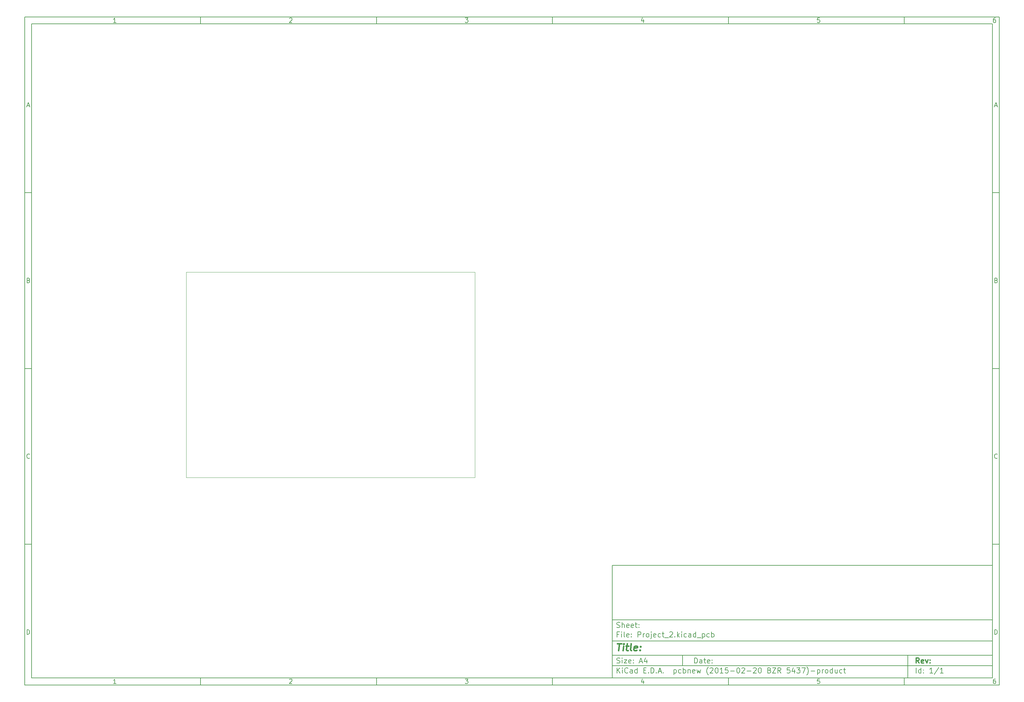
<source format=gbr>
G04 #@! TF.FileFunction,Profile,NP*
%FSLAX46Y46*%
G04 Gerber Fmt 4.6, Leading zero omitted, Abs format (unit mm)*
G04 Created by KiCad (PCBNEW (2015-02-20 BZR 5437)-product) date Friday, March 13, 2015 'PMt' 12:32:41 PM*
%MOMM*%
G01*
G04 APERTURE LIST*
%ADD10C,0.100000*%
%ADD11C,0.150000*%
%ADD12C,0.300000*%
%ADD13C,0.400000*%
G04 APERTURE END LIST*
D10*
D11*
X177002200Y-166007200D02*
X177002200Y-198007200D01*
X285002200Y-198007200D01*
X285002200Y-166007200D01*
X177002200Y-166007200D01*
D10*
D11*
X10000000Y-10000000D02*
X10000000Y-200007200D01*
X287002200Y-200007200D01*
X287002200Y-10000000D01*
X10000000Y-10000000D01*
D10*
D11*
X12000000Y-12000000D02*
X12000000Y-198007200D01*
X285002200Y-198007200D01*
X285002200Y-12000000D01*
X12000000Y-12000000D01*
D10*
D11*
X60000000Y-12000000D02*
X60000000Y-10000000D01*
D10*
D11*
X110000000Y-12000000D02*
X110000000Y-10000000D01*
D10*
D11*
X160000000Y-12000000D02*
X160000000Y-10000000D01*
D10*
D11*
X210000000Y-12000000D02*
X210000000Y-10000000D01*
D10*
D11*
X260000000Y-12000000D02*
X260000000Y-10000000D01*
D10*
D11*
X35990476Y-11588095D02*
X35247619Y-11588095D01*
X35619048Y-11588095D02*
X35619048Y-10288095D01*
X35495238Y-10473810D01*
X35371429Y-10597619D01*
X35247619Y-10659524D01*
D10*
D11*
X85247619Y-10411905D02*
X85309524Y-10350000D01*
X85433333Y-10288095D01*
X85742857Y-10288095D01*
X85866667Y-10350000D01*
X85928571Y-10411905D01*
X85990476Y-10535714D01*
X85990476Y-10659524D01*
X85928571Y-10845238D01*
X85185714Y-11588095D01*
X85990476Y-11588095D01*
D10*
D11*
X135185714Y-10288095D02*
X135990476Y-10288095D01*
X135557143Y-10783333D01*
X135742857Y-10783333D01*
X135866667Y-10845238D01*
X135928571Y-10907143D01*
X135990476Y-11030952D01*
X135990476Y-11340476D01*
X135928571Y-11464286D01*
X135866667Y-11526190D01*
X135742857Y-11588095D01*
X135371429Y-11588095D01*
X135247619Y-11526190D01*
X135185714Y-11464286D01*
D10*
D11*
X185866667Y-10721429D02*
X185866667Y-11588095D01*
X185557143Y-10226190D02*
X185247619Y-11154762D01*
X186052381Y-11154762D01*
D10*
D11*
X235928571Y-10288095D02*
X235309524Y-10288095D01*
X235247619Y-10907143D01*
X235309524Y-10845238D01*
X235433333Y-10783333D01*
X235742857Y-10783333D01*
X235866667Y-10845238D01*
X235928571Y-10907143D01*
X235990476Y-11030952D01*
X235990476Y-11340476D01*
X235928571Y-11464286D01*
X235866667Y-11526190D01*
X235742857Y-11588095D01*
X235433333Y-11588095D01*
X235309524Y-11526190D01*
X235247619Y-11464286D01*
D10*
D11*
X285866667Y-10288095D02*
X285619048Y-10288095D01*
X285495238Y-10350000D01*
X285433333Y-10411905D01*
X285309524Y-10597619D01*
X285247619Y-10845238D01*
X285247619Y-11340476D01*
X285309524Y-11464286D01*
X285371429Y-11526190D01*
X285495238Y-11588095D01*
X285742857Y-11588095D01*
X285866667Y-11526190D01*
X285928571Y-11464286D01*
X285990476Y-11340476D01*
X285990476Y-11030952D01*
X285928571Y-10907143D01*
X285866667Y-10845238D01*
X285742857Y-10783333D01*
X285495238Y-10783333D01*
X285371429Y-10845238D01*
X285309524Y-10907143D01*
X285247619Y-11030952D01*
D10*
D11*
X60000000Y-198007200D02*
X60000000Y-200007200D01*
D10*
D11*
X110000000Y-198007200D02*
X110000000Y-200007200D01*
D10*
D11*
X160000000Y-198007200D02*
X160000000Y-200007200D01*
D10*
D11*
X210000000Y-198007200D02*
X210000000Y-200007200D01*
D10*
D11*
X260000000Y-198007200D02*
X260000000Y-200007200D01*
D10*
D11*
X35990476Y-199595295D02*
X35247619Y-199595295D01*
X35619048Y-199595295D02*
X35619048Y-198295295D01*
X35495238Y-198481010D01*
X35371429Y-198604819D01*
X35247619Y-198666724D01*
D10*
D11*
X85247619Y-198419105D02*
X85309524Y-198357200D01*
X85433333Y-198295295D01*
X85742857Y-198295295D01*
X85866667Y-198357200D01*
X85928571Y-198419105D01*
X85990476Y-198542914D01*
X85990476Y-198666724D01*
X85928571Y-198852438D01*
X85185714Y-199595295D01*
X85990476Y-199595295D01*
D10*
D11*
X135185714Y-198295295D02*
X135990476Y-198295295D01*
X135557143Y-198790533D01*
X135742857Y-198790533D01*
X135866667Y-198852438D01*
X135928571Y-198914343D01*
X135990476Y-199038152D01*
X135990476Y-199347676D01*
X135928571Y-199471486D01*
X135866667Y-199533390D01*
X135742857Y-199595295D01*
X135371429Y-199595295D01*
X135247619Y-199533390D01*
X135185714Y-199471486D01*
D10*
D11*
X185866667Y-198728629D02*
X185866667Y-199595295D01*
X185557143Y-198233390D02*
X185247619Y-199161962D01*
X186052381Y-199161962D01*
D10*
D11*
X235928571Y-198295295D02*
X235309524Y-198295295D01*
X235247619Y-198914343D01*
X235309524Y-198852438D01*
X235433333Y-198790533D01*
X235742857Y-198790533D01*
X235866667Y-198852438D01*
X235928571Y-198914343D01*
X235990476Y-199038152D01*
X235990476Y-199347676D01*
X235928571Y-199471486D01*
X235866667Y-199533390D01*
X235742857Y-199595295D01*
X235433333Y-199595295D01*
X235309524Y-199533390D01*
X235247619Y-199471486D01*
D10*
D11*
X285866667Y-198295295D02*
X285619048Y-198295295D01*
X285495238Y-198357200D01*
X285433333Y-198419105D01*
X285309524Y-198604819D01*
X285247619Y-198852438D01*
X285247619Y-199347676D01*
X285309524Y-199471486D01*
X285371429Y-199533390D01*
X285495238Y-199595295D01*
X285742857Y-199595295D01*
X285866667Y-199533390D01*
X285928571Y-199471486D01*
X285990476Y-199347676D01*
X285990476Y-199038152D01*
X285928571Y-198914343D01*
X285866667Y-198852438D01*
X285742857Y-198790533D01*
X285495238Y-198790533D01*
X285371429Y-198852438D01*
X285309524Y-198914343D01*
X285247619Y-199038152D01*
D10*
D11*
X10000000Y-60000000D02*
X12000000Y-60000000D01*
D10*
D11*
X10000000Y-110000000D02*
X12000000Y-110000000D01*
D10*
D11*
X10000000Y-160000000D02*
X12000000Y-160000000D01*
D10*
D11*
X10690476Y-35216667D02*
X11309524Y-35216667D01*
X10566667Y-35588095D02*
X11000000Y-34288095D01*
X11433333Y-35588095D01*
D10*
D11*
X11092857Y-84907143D02*
X11278571Y-84969048D01*
X11340476Y-85030952D01*
X11402381Y-85154762D01*
X11402381Y-85340476D01*
X11340476Y-85464286D01*
X11278571Y-85526190D01*
X11154762Y-85588095D01*
X10659524Y-85588095D01*
X10659524Y-84288095D01*
X11092857Y-84288095D01*
X11216667Y-84350000D01*
X11278571Y-84411905D01*
X11340476Y-84535714D01*
X11340476Y-84659524D01*
X11278571Y-84783333D01*
X11216667Y-84845238D01*
X11092857Y-84907143D01*
X10659524Y-84907143D01*
D10*
D11*
X11402381Y-135464286D02*
X11340476Y-135526190D01*
X11154762Y-135588095D01*
X11030952Y-135588095D01*
X10845238Y-135526190D01*
X10721429Y-135402381D01*
X10659524Y-135278571D01*
X10597619Y-135030952D01*
X10597619Y-134845238D01*
X10659524Y-134597619D01*
X10721429Y-134473810D01*
X10845238Y-134350000D01*
X11030952Y-134288095D01*
X11154762Y-134288095D01*
X11340476Y-134350000D01*
X11402381Y-134411905D01*
D10*
D11*
X10659524Y-185588095D02*
X10659524Y-184288095D01*
X10969048Y-184288095D01*
X11154762Y-184350000D01*
X11278571Y-184473810D01*
X11340476Y-184597619D01*
X11402381Y-184845238D01*
X11402381Y-185030952D01*
X11340476Y-185278571D01*
X11278571Y-185402381D01*
X11154762Y-185526190D01*
X10969048Y-185588095D01*
X10659524Y-185588095D01*
D10*
D11*
X287002200Y-60000000D02*
X285002200Y-60000000D01*
D10*
D11*
X287002200Y-110000000D02*
X285002200Y-110000000D01*
D10*
D11*
X287002200Y-160000000D02*
X285002200Y-160000000D01*
D10*
D11*
X285692676Y-35216667D02*
X286311724Y-35216667D01*
X285568867Y-35588095D02*
X286002200Y-34288095D01*
X286435533Y-35588095D01*
D10*
D11*
X286095057Y-84907143D02*
X286280771Y-84969048D01*
X286342676Y-85030952D01*
X286404581Y-85154762D01*
X286404581Y-85340476D01*
X286342676Y-85464286D01*
X286280771Y-85526190D01*
X286156962Y-85588095D01*
X285661724Y-85588095D01*
X285661724Y-84288095D01*
X286095057Y-84288095D01*
X286218867Y-84350000D01*
X286280771Y-84411905D01*
X286342676Y-84535714D01*
X286342676Y-84659524D01*
X286280771Y-84783333D01*
X286218867Y-84845238D01*
X286095057Y-84907143D01*
X285661724Y-84907143D01*
D10*
D11*
X286404581Y-135464286D02*
X286342676Y-135526190D01*
X286156962Y-135588095D01*
X286033152Y-135588095D01*
X285847438Y-135526190D01*
X285723629Y-135402381D01*
X285661724Y-135278571D01*
X285599819Y-135030952D01*
X285599819Y-134845238D01*
X285661724Y-134597619D01*
X285723629Y-134473810D01*
X285847438Y-134350000D01*
X286033152Y-134288095D01*
X286156962Y-134288095D01*
X286342676Y-134350000D01*
X286404581Y-134411905D01*
D10*
D11*
X285661724Y-185588095D02*
X285661724Y-184288095D01*
X285971248Y-184288095D01*
X286156962Y-184350000D01*
X286280771Y-184473810D01*
X286342676Y-184597619D01*
X286404581Y-184845238D01*
X286404581Y-185030952D01*
X286342676Y-185278571D01*
X286280771Y-185402381D01*
X286156962Y-185526190D01*
X285971248Y-185588095D01*
X285661724Y-185588095D01*
D10*
D11*
X200359343Y-193785771D02*
X200359343Y-192285771D01*
X200716486Y-192285771D01*
X200930771Y-192357200D01*
X201073629Y-192500057D01*
X201145057Y-192642914D01*
X201216486Y-192928629D01*
X201216486Y-193142914D01*
X201145057Y-193428629D01*
X201073629Y-193571486D01*
X200930771Y-193714343D01*
X200716486Y-193785771D01*
X200359343Y-193785771D01*
X202502200Y-193785771D02*
X202502200Y-193000057D01*
X202430771Y-192857200D01*
X202287914Y-192785771D01*
X202002200Y-192785771D01*
X201859343Y-192857200D01*
X202502200Y-193714343D02*
X202359343Y-193785771D01*
X202002200Y-193785771D01*
X201859343Y-193714343D01*
X201787914Y-193571486D01*
X201787914Y-193428629D01*
X201859343Y-193285771D01*
X202002200Y-193214343D01*
X202359343Y-193214343D01*
X202502200Y-193142914D01*
X203002200Y-192785771D02*
X203573629Y-192785771D01*
X203216486Y-192285771D02*
X203216486Y-193571486D01*
X203287914Y-193714343D01*
X203430772Y-193785771D01*
X203573629Y-193785771D01*
X204645057Y-193714343D02*
X204502200Y-193785771D01*
X204216486Y-193785771D01*
X204073629Y-193714343D01*
X204002200Y-193571486D01*
X204002200Y-193000057D01*
X204073629Y-192857200D01*
X204216486Y-192785771D01*
X204502200Y-192785771D01*
X204645057Y-192857200D01*
X204716486Y-193000057D01*
X204716486Y-193142914D01*
X204002200Y-193285771D01*
X205359343Y-193642914D02*
X205430771Y-193714343D01*
X205359343Y-193785771D01*
X205287914Y-193714343D01*
X205359343Y-193642914D01*
X205359343Y-193785771D01*
X205359343Y-192857200D02*
X205430771Y-192928629D01*
X205359343Y-193000057D01*
X205287914Y-192928629D01*
X205359343Y-192857200D01*
X205359343Y-193000057D01*
D10*
D11*
X177002200Y-194507200D02*
X285002200Y-194507200D01*
D10*
D11*
X178359343Y-196585771D02*
X178359343Y-195085771D01*
X179216486Y-196585771D02*
X178573629Y-195728629D01*
X179216486Y-195085771D02*
X178359343Y-195942914D01*
X179859343Y-196585771D02*
X179859343Y-195585771D01*
X179859343Y-195085771D02*
X179787914Y-195157200D01*
X179859343Y-195228629D01*
X179930771Y-195157200D01*
X179859343Y-195085771D01*
X179859343Y-195228629D01*
X181430772Y-196442914D02*
X181359343Y-196514343D01*
X181145057Y-196585771D01*
X181002200Y-196585771D01*
X180787915Y-196514343D01*
X180645057Y-196371486D01*
X180573629Y-196228629D01*
X180502200Y-195942914D01*
X180502200Y-195728629D01*
X180573629Y-195442914D01*
X180645057Y-195300057D01*
X180787915Y-195157200D01*
X181002200Y-195085771D01*
X181145057Y-195085771D01*
X181359343Y-195157200D01*
X181430772Y-195228629D01*
X182716486Y-196585771D02*
X182716486Y-195800057D01*
X182645057Y-195657200D01*
X182502200Y-195585771D01*
X182216486Y-195585771D01*
X182073629Y-195657200D01*
X182716486Y-196514343D02*
X182573629Y-196585771D01*
X182216486Y-196585771D01*
X182073629Y-196514343D01*
X182002200Y-196371486D01*
X182002200Y-196228629D01*
X182073629Y-196085771D01*
X182216486Y-196014343D01*
X182573629Y-196014343D01*
X182716486Y-195942914D01*
X184073629Y-196585771D02*
X184073629Y-195085771D01*
X184073629Y-196514343D02*
X183930772Y-196585771D01*
X183645058Y-196585771D01*
X183502200Y-196514343D01*
X183430772Y-196442914D01*
X183359343Y-196300057D01*
X183359343Y-195871486D01*
X183430772Y-195728629D01*
X183502200Y-195657200D01*
X183645058Y-195585771D01*
X183930772Y-195585771D01*
X184073629Y-195657200D01*
X185930772Y-195800057D02*
X186430772Y-195800057D01*
X186645058Y-196585771D02*
X185930772Y-196585771D01*
X185930772Y-195085771D01*
X186645058Y-195085771D01*
X187287915Y-196442914D02*
X187359343Y-196514343D01*
X187287915Y-196585771D01*
X187216486Y-196514343D01*
X187287915Y-196442914D01*
X187287915Y-196585771D01*
X188002201Y-196585771D02*
X188002201Y-195085771D01*
X188359344Y-195085771D01*
X188573629Y-195157200D01*
X188716487Y-195300057D01*
X188787915Y-195442914D01*
X188859344Y-195728629D01*
X188859344Y-195942914D01*
X188787915Y-196228629D01*
X188716487Y-196371486D01*
X188573629Y-196514343D01*
X188359344Y-196585771D01*
X188002201Y-196585771D01*
X189502201Y-196442914D02*
X189573629Y-196514343D01*
X189502201Y-196585771D01*
X189430772Y-196514343D01*
X189502201Y-196442914D01*
X189502201Y-196585771D01*
X190145058Y-196157200D02*
X190859344Y-196157200D01*
X190002201Y-196585771D02*
X190502201Y-195085771D01*
X191002201Y-196585771D01*
X191502201Y-196442914D02*
X191573629Y-196514343D01*
X191502201Y-196585771D01*
X191430772Y-196514343D01*
X191502201Y-196442914D01*
X191502201Y-196585771D01*
X194502201Y-195585771D02*
X194502201Y-197085771D01*
X194502201Y-195657200D02*
X194645058Y-195585771D01*
X194930772Y-195585771D01*
X195073629Y-195657200D01*
X195145058Y-195728629D01*
X195216487Y-195871486D01*
X195216487Y-196300057D01*
X195145058Y-196442914D01*
X195073629Y-196514343D01*
X194930772Y-196585771D01*
X194645058Y-196585771D01*
X194502201Y-196514343D01*
X196502201Y-196514343D02*
X196359344Y-196585771D01*
X196073630Y-196585771D01*
X195930772Y-196514343D01*
X195859344Y-196442914D01*
X195787915Y-196300057D01*
X195787915Y-195871486D01*
X195859344Y-195728629D01*
X195930772Y-195657200D01*
X196073630Y-195585771D01*
X196359344Y-195585771D01*
X196502201Y-195657200D01*
X197145058Y-196585771D02*
X197145058Y-195085771D01*
X197145058Y-195657200D02*
X197287915Y-195585771D01*
X197573629Y-195585771D01*
X197716486Y-195657200D01*
X197787915Y-195728629D01*
X197859344Y-195871486D01*
X197859344Y-196300057D01*
X197787915Y-196442914D01*
X197716486Y-196514343D01*
X197573629Y-196585771D01*
X197287915Y-196585771D01*
X197145058Y-196514343D01*
X198502201Y-195585771D02*
X198502201Y-196585771D01*
X198502201Y-195728629D02*
X198573629Y-195657200D01*
X198716487Y-195585771D01*
X198930772Y-195585771D01*
X199073629Y-195657200D01*
X199145058Y-195800057D01*
X199145058Y-196585771D01*
X200430772Y-196514343D02*
X200287915Y-196585771D01*
X200002201Y-196585771D01*
X199859344Y-196514343D01*
X199787915Y-196371486D01*
X199787915Y-195800057D01*
X199859344Y-195657200D01*
X200002201Y-195585771D01*
X200287915Y-195585771D01*
X200430772Y-195657200D01*
X200502201Y-195800057D01*
X200502201Y-195942914D01*
X199787915Y-196085771D01*
X201002201Y-195585771D02*
X201287915Y-196585771D01*
X201573629Y-195871486D01*
X201859344Y-196585771D01*
X202145058Y-195585771D01*
X204287915Y-197157200D02*
X204216487Y-197085771D01*
X204073630Y-196871486D01*
X204002201Y-196728629D01*
X203930772Y-196514343D01*
X203859344Y-196157200D01*
X203859344Y-195871486D01*
X203930772Y-195514343D01*
X204002201Y-195300057D01*
X204073630Y-195157200D01*
X204216487Y-194942914D01*
X204287915Y-194871486D01*
X204787915Y-195228629D02*
X204859344Y-195157200D01*
X205002201Y-195085771D01*
X205359344Y-195085771D01*
X205502201Y-195157200D01*
X205573630Y-195228629D01*
X205645058Y-195371486D01*
X205645058Y-195514343D01*
X205573630Y-195728629D01*
X204716487Y-196585771D01*
X205645058Y-196585771D01*
X206573629Y-195085771D02*
X206716486Y-195085771D01*
X206859343Y-195157200D01*
X206930772Y-195228629D01*
X207002201Y-195371486D01*
X207073629Y-195657200D01*
X207073629Y-196014343D01*
X207002201Y-196300057D01*
X206930772Y-196442914D01*
X206859343Y-196514343D01*
X206716486Y-196585771D01*
X206573629Y-196585771D01*
X206430772Y-196514343D01*
X206359343Y-196442914D01*
X206287915Y-196300057D01*
X206216486Y-196014343D01*
X206216486Y-195657200D01*
X206287915Y-195371486D01*
X206359343Y-195228629D01*
X206430772Y-195157200D01*
X206573629Y-195085771D01*
X208502200Y-196585771D02*
X207645057Y-196585771D01*
X208073629Y-196585771D02*
X208073629Y-195085771D01*
X207930772Y-195300057D01*
X207787914Y-195442914D01*
X207645057Y-195514343D01*
X209859343Y-195085771D02*
X209145057Y-195085771D01*
X209073628Y-195800057D01*
X209145057Y-195728629D01*
X209287914Y-195657200D01*
X209645057Y-195657200D01*
X209787914Y-195728629D01*
X209859343Y-195800057D01*
X209930771Y-195942914D01*
X209930771Y-196300057D01*
X209859343Y-196442914D01*
X209787914Y-196514343D01*
X209645057Y-196585771D01*
X209287914Y-196585771D01*
X209145057Y-196514343D01*
X209073628Y-196442914D01*
X210573628Y-196014343D02*
X211716485Y-196014343D01*
X212716485Y-195085771D02*
X212859342Y-195085771D01*
X213002199Y-195157200D01*
X213073628Y-195228629D01*
X213145057Y-195371486D01*
X213216485Y-195657200D01*
X213216485Y-196014343D01*
X213145057Y-196300057D01*
X213073628Y-196442914D01*
X213002199Y-196514343D01*
X212859342Y-196585771D01*
X212716485Y-196585771D01*
X212573628Y-196514343D01*
X212502199Y-196442914D01*
X212430771Y-196300057D01*
X212359342Y-196014343D01*
X212359342Y-195657200D01*
X212430771Y-195371486D01*
X212502199Y-195228629D01*
X212573628Y-195157200D01*
X212716485Y-195085771D01*
X213787913Y-195228629D02*
X213859342Y-195157200D01*
X214002199Y-195085771D01*
X214359342Y-195085771D01*
X214502199Y-195157200D01*
X214573628Y-195228629D01*
X214645056Y-195371486D01*
X214645056Y-195514343D01*
X214573628Y-195728629D01*
X213716485Y-196585771D01*
X214645056Y-196585771D01*
X215287913Y-196014343D02*
X216430770Y-196014343D01*
X217073627Y-195228629D02*
X217145056Y-195157200D01*
X217287913Y-195085771D01*
X217645056Y-195085771D01*
X217787913Y-195157200D01*
X217859342Y-195228629D01*
X217930770Y-195371486D01*
X217930770Y-195514343D01*
X217859342Y-195728629D01*
X217002199Y-196585771D01*
X217930770Y-196585771D01*
X218859341Y-195085771D02*
X219002198Y-195085771D01*
X219145055Y-195157200D01*
X219216484Y-195228629D01*
X219287913Y-195371486D01*
X219359341Y-195657200D01*
X219359341Y-196014343D01*
X219287913Y-196300057D01*
X219216484Y-196442914D01*
X219145055Y-196514343D01*
X219002198Y-196585771D01*
X218859341Y-196585771D01*
X218716484Y-196514343D01*
X218645055Y-196442914D01*
X218573627Y-196300057D01*
X218502198Y-196014343D01*
X218502198Y-195657200D01*
X218573627Y-195371486D01*
X218645055Y-195228629D01*
X218716484Y-195157200D01*
X218859341Y-195085771D01*
X221645055Y-195800057D02*
X221859341Y-195871486D01*
X221930769Y-195942914D01*
X222002198Y-196085771D01*
X222002198Y-196300057D01*
X221930769Y-196442914D01*
X221859341Y-196514343D01*
X221716483Y-196585771D01*
X221145055Y-196585771D01*
X221145055Y-195085771D01*
X221645055Y-195085771D01*
X221787912Y-195157200D01*
X221859341Y-195228629D01*
X221930769Y-195371486D01*
X221930769Y-195514343D01*
X221859341Y-195657200D01*
X221787912Y-195728629D01*
X221645055Y-195800057D01*
X221145055Y-195800057D01*
X222502198Y-195085771D02*
X223502198Y-195085771D01*
X222502198Y-196585771D01*
X223502198Y-196585771D01*
X224930769Y-196585771D02*
X224430769Y-195871486D01*
X224073626Y-196585771D02*
X224073626Y-195085771D01*
X224645054Y-195085771D01*
X224787912Y-195157200D01*
X224859340Y-195228629D01*
X224930769Y-195371486D01*
X224930769Y-195585771D01*
X224859340Y-195728629D01*
X224787912Y-195800057D01*
X224645054Y-195871486D01*
X224073626Y-195871486D01*
X227430769Y-195085771D02*
X226716483Y-195085771D01*
X226645054Y-195800057D01*
X226716483Y-195728629D01*
X226859340Y-195657200D01*
X227216483Y-195657200D01*
X227359340Y-195728629D01*
X227430769Y-195800057D01*
X227502197Y-195942914D01*
X227502197Y-196300057D01*
X227430769Y-196442914D01*
X227359340Y-196514343D01*
X227216483Y-196585771D01*
X226859340Y-196585771D01*
X226716483Y-196514343D01*
X226645054Y-196442914D01*
X228787911Y-195585771D02*
X228787911Y-196585771D01*
X228430768Y-195014343D02*
X228073625Y-196085771D01*
X229002197Y-196085771D01*
X229430768Y-195085771D02*
X230359339Y-195085771D01*
X229859339Y-195657200D01*
X230073625Y-195657200D01*
X230216482Y-195728629D01*
X230287911Y-195800057D01*
X230359339Y-195942914D01*
X230359339Y-196300057D01*
X230287911Y-196442914D01*
X230216482Y-196514343D01*
X230073625Y-196585771D01*
X229645053Y-196585771D01*
X229502196Y-196514343D01*
X229430768Y-196442914D01*
X230859339Y-195085771D02*
X231859339Y-195085771D01*
X231216482Y-196585771D01*
X232287910Y-197157200D02*
X232359338Y-197085771D01*
X232502195Y-196871486D01*
X232573624Y-196728629D01*
X232645053Y-196514343D01*
X232716481Y-196157200D01*
X232716481Y-195871486D01*
X232645053Y-195514343D01*
X232573624Y-195300057D01*
X232502195Y-195157200D01*
X232359338Y-194942914D01*
X232287910Y-194871486D01*
X233430767Y-196014343D02*
X234573624Y-196014343D01*
X235287910Y-195585771D02*
X235287910Y-197085771D01*
X235287910Y-195657200D02*
X235430767Y-195585771D01*
X235716481Y-195585771D01*
X235859338Y-195657200D01*
X235930767Y-195728629D01*
X236002196Y-195871486D01*
X236002196Y-196300057D01*
X235930767Y-196442914D01*
X235859338Y-196514343D01*
X235716481Y-196585771D01*
X235430767Y-196585771D01*
X235287910Y-196514343D01*
X236645053Y-196585771D02*
X236645053Y-195585771D01*
X236645053Y-195871486D02*
X236716481Y-195728629D01*
X236787910Y-195657200D01*
X236930767Y-195585771D01*
X237073624Y-195585771D01*
X237787910Y-196585771D02*
X237645052Y-196514343D01*
X237573624Y-196442914D01*
X237502195Y-196300057D01*
X237502195Y-195871486D01*
X237573624Y-195728629D01*
X237645052Y-195657200D01*
X237787910Y-195585771D01*
X238002195Y-195585771D01*
X238145052Y-195657200D01*
X238216481Y-195728629D01*
X238287910Y-195871486D01*
X238287910Y-196300057D01*
X238216481Y-196442914D01*
X238145052Y-196514343D01*
X238002195Y-196585771D01*
X237787910Y-196585771D01*
X239573624Y-196585771D02*
X239573624Y-195085771D01*
X239573624Y-196514343D02*
X239430767Y-196585771D01*
X239145053Y-196585771D01*
X239002195Y-196514343D01*
X238930767Y-196442914D01*
X238859338Y-196300057D01*
X238859338Y-195871486D01*
X238930767Y-195728629D01*
X239002195Y-195657200D01*
X239145053Y-195585771D01*
X239430767Y-195585771D01*
X239573624Y-195657200D01*
X240930767Y-195585771D02*
X240930767Y-196585771D01*
X240287910Y-195585771D02*
X240287910Y-196371486D01*
X240359338Y-196514343D01*
X240502196Y-196585771D01*
X240716481Y-196585771D01*
X240859338Y-196514343D01*
X240930767Y-196442914D01*
X242287910Y-196514343D02*
X242145053Y-196585771D01*
X241859339Y-196585771D01*
X241716481Y-196514343D01*
X241645053Y-196442914D01*
X241573624Y-196300057D01*
X241573624Y-195871486D01*
X241645053Y-195728629D01*
X241716481Y-195657200D01*
X241859339Y-195585771D01*
X242145053Y-195585771D01*
X242287910Y-195657200D01*
X242716481Y-195585771D02*
X243287910Y-195585771D01*
X242930767Y-195085771D02*
X242930767Y-196371486D01*
X243002195Y-196514343D01*
X243145053Y-196585771D01*
X243287910Y-196585771D01*
D10*
D11*
X177002200Y-191507200D02*
X285002200Y-191507200D01*
D10*
D12*
X264216486Y-193785771D02*
X263716486Y-193071486D01*
X263359343Y-193785771D02*
X263359343Y-192285771D01*
X263930771Y-192285771D01*
X264073629Y-192357200D01*
X264145057Y-192428629D01*
X264216486Y-192571486D01*
X264216486Y-192785771D01*
X264145057Y-192928629D01*
X264073629Y-193000057D01*
X263930771Y-193071486D01*
X263359343Y-193071486D01*
X265430771Y-193714343D02*
X265287914Y-193785771D01*
X265002200Y-193785771D01*
X264859343Y-193714343D01*
X264787914Y-193571486D01*
X264787914Y-193000057D01*
X264859343Y-192857200D01*
X265002200Y-192785771D01*
X265287914Y-192785771D01*
X265430771Y-192857200D01*
X265502200Y-193000057D01*
X265502200Y-193142914D01*
X264787914Y-193285771D01*
X266002200Y-192785771D02*
X266359343Y-193785771D01*
X266716485Y-192785771D01*
X267287914Y-193642914D02*
X267359342Y-193714343D01*
X267287914Y-193785771D01*
X267216485Y-193714343D01*
X267287914Y-193642914D01*
X267287914Y-193785771D01*
X267287914Y-192857200D02*
X267359342Y-192928629D01*
X267287914Y-193000057D01*
X267216485Y-192928629D01*
X267287914Y-192857200D01*
X267287914Y-193000057D01*
D10*
D11*
X178287914Y-193714343D02*
X178502200Y-193785771D01*
X178859343Y-193785771D01*
X179002200Y-193714343D01*
X179073629Y-193642914D01*
X179145057Y-193500057D01*
X179145057Y-193357200D01*
X179073629Y-193214343D01*
X179002200Y-193142914D01*
X178859343Y-193071486D01*
X178573629Y-193000057D01*
X178430771Y-192928629D01*
X178359343Y-192857200D01*
X178287914Y-192714343D01*
X178287914Y-192571486D01*
X178359343Y-192428629D01*
X178430771Y-192357200D01*
X178573629Y-192285771D01*
X178930771Y-192285771D01*
X179145057Y-192357200D01*
X179787914Y-193785771D02*
X179787914Y-192785771D01*
X179787914Y-192285771D02*
X179716485Y-192357200D01*
X179787914Y-192428629D01*
X179859342Y-192357200D01*
X179787914Y-192285771D01*
X179787914Y-192428629D01*
X180359343Y-192785771D02*
X181145057Y-192785771D01*
X180359343Y-193785771D01*
X181145057Y-193785771D01*
X182287914Y-193714343D02*
X182145057Y-193785771D01*
X181859343Y-193785771D01*
X181716486Y-193714343D01*
X181645057Y-193571486D01*
X181645057Y-193000057D01*
X181716486Y-192857200D01*
X181859343Y-192785771D01*
X182145057Y-192785771D01*
X182287914Y-192857200D01*
X182359343Y-193000057D01*
X182359343Y-193142914D01*
X181645057Y-193285771D01*
X183002200Y-193642914D02*
X183073628Y-193714343D01*
X183002200Y-193785771D01*
X182930771Y-193714343D01*
X183002200Y-193642914D01*
X183002200Y-193785771D01*
X183002200Y-192857200D02*
X183073628Y-192928629D01*
X183002200Y-193000057D01*
X182930771Y-192928629D01*
X183002200Y-192857200D01*
X183002200Y-193000057D01*
X184787914Y-193357200D02*
X185502200Y-193357200D01*
X184645057Y-193785771D02*
X185145057Y-192285771D01*
X185645057Y-193785771D01*
X186787914Y-192785771D02*
X186787914Y-193785771D01*
X186430771Y-192214343D02*
X186073628Y-193285771D01*
X187002200Y-193285771D01*
D10*
D11*
X263359343Y-196585771D02*
X263359343Y-195085771D01*
X264716486Y-196585771D02*
X264716486Y-195085771D01*
X264716486Y-196514343D02*
X264573629Y-196585771D01*
X264287915Y-196585771D01*
X264145057Y-196514343D01*
X264073629Y-196442914D01*
X264002200Y-196300057D01*
X264002200Y-195871486D01*
X264073629Y-195728629D01*
X264145057Y-195657200D01*
X264287915Y-195585771D01*
X264573629Y-195585771D01*
X264716486Y-195657200D01*
X265430772Y-196442914D02*
X265502200Y-196514343D01*
X265430772Y-196585771D01*
X265359343Y-196514343D01*
X265430772Y-196442914D01*
X265430772Y-196585771D01*
X265430772Y-195657200D02*
X265502200Y-195728629D01*
X265430772Y-195800057D01*
X265359343Y-195728629D01*
X265430772Y-195657200D01*
X265430772Y-195800057D01*
X268073629Y-196585771D02*
X267216486Y-196585771D01*
X267645058Y-196585771D02*
X267645058Y-195085771D01*
X267502201Y-195300057D01*
X267359343Y-195442914D01*
X267216486Y-195514343D01*
X269787914Y-195014343D02*
X268502200Y-196942914D01*
X271073629Y-196585771D02*
X270216486Y-196585771D01*
X270645058Y-196585771D02*
X270645058Y-195085771D01*
X270502201Y-195300057D01*
X270359343Y-195442914D01*
X270216486Y-195514343D01*
D10*
D11*
X177002200Y-187507200D02*
X285002200Y-187507200D01*
D10*
D13*
X178454581Y-188211962D02*
X179597438Y-188211962D01*
X178776010Y-190211962D02*
X179026010Y-188211962D01*
X180014105Y-190211962D02*
X180180771Y-188878629D01*
X180264105Y-188211962D02*
X180156962Y-188307200D01*
X180240295Y-188402438D01*
X180347439Y-188307200D01*
X180264105Y-188211962D01*
X180240295Y-188402438D01*
X180847438Y-188878629D02*
X181609343Y-188878629D01*
X181216486Y-188211962D02*
X181002200Y-189926248D01*
X181073630Y-190116724D01*
X181252201Y-190211962D01*
X181442677Y-190211962D01*
X182395058Y-190211962D02*
X182216487Y-190116724D01*
X182145057Y-189926248D01*
X182359343Y-188211962D01*
X183930772Y-190116724D02*
X183728391Y-190211962D01*
X183347439Y-190211962D01*
X183168867Y-190116724D01*
X183097438Y-189926248D01*
X183192676Y-189164343D01*
X183311724Y-188973867D01*
X183514105Y-188878629D01*
X183895057Y-188878629D01*
X184073629Y-188973867D01*
X184145057Y-189164343D01*
X184121248Y-189354819D01*
X183145057Y-189545295D01*
X184895057Y-190021486D02*
X184978392Y-190116724D01*
X184871248Y-190211962D01*
X184787915Y-190116724D01*
X184895057Y-190021486D01*
X184871248Y-190211962D01*
X185026010Y-188973867D02*
X185109344Y-189069105D01*
X185002200Y-189164343D01*
X184918867Y-189069105D01*
X185026010Y-188973867D01*
X185002200Y-189164343D01*
D10*
D11*
X178859343Y-185600057D02*
X178359343Y-185600057D01*
X178359343Y-186385771D02*
X178359343Y-184885771D01*
X179073629Y-184885771D01*
X179645057Y-186385771D02*
X179645057Y-185385771D01*
X179645057Y-184885771D02*
X179573628Y-184957200D01*
X179645057Y-185028629D01*
X179716485Y-184957200D01*
X179645057Y-184885771D01*
X179645057Y-185028629D01*
X180573629Y-186385771D02*
X180430771Y-186314343D01*
X180359343Y-186171486D01*
X180359343Y-184885771D01*
X181716485Y-186314343D02*
X181573628Y-186385771D01*
X181287914Y-186385771D01*
X181145057Y-186314343D01*
X181073628Y-186171486D01*
X181073628Y-185600057D01*
X181145057Y-185457200D01*
X181287914Y-185385771D01*
X181573628Y-185385771D01*
X181716485Y-185457200D01*
X181787914Y-185600057D01*
X181787914Y-185742914D01*
X181073628Y-185885771D01*
X182430771Y-186242914D02*
X182502199Y-186314343D01*
X182430771Y-186385771D01*
X182359342Y-186314343D01*
X182430771Y-186242914D01*
X182430771Y-186385771D01*
X182430771Y-185457200D02*
X182502199Y-185528629D01*
X182430771Y-185600057D01*
X182359342Y-185528629D01*
X182430771Y-185457200D01*
X182430771Y-185600057D01*
X184287914Y-186385771D02*
X184287914Y-184885771D01*
X184859342Y-184885771D01*
X185002200Y-184957200D01*
X185073628Y-185028629D01*
X185145057Y-185171486D01*
X185145057Y-185385771D01*
X185073628Y-185528629D01*
X185002200Y-185600057D01*
X184859342Y-185671486D01*
X184287914Y-185671486D01*
X185787914Y-186385771D02*
X185787914Y-185385771D01*
X185787914Y-185671486D02*
X185859342Y-185528629D01*
X185930771Y-185457200D01*
X186073628Y-185385771D01*
X186216485Y-185385771D01*
X186930771Y-186385771D02*
X186787913Y-186314343D01*
X186716485Y-186242914D01*
X186645056Y-186100057D01*
X186645056Y-185671486D01*
X186716485Y-185528629D01*
X186787913Y-185457200D01*
X186930771Y-185385771D01*
X187145056Y-185385771D01*
X187287913Y-185457200D01*
X187359342Y-185528629D01*
X187430771Y-185671486D01*
X187430771Y-186100057D01*
X187359342Y-186242914D01*
X187287913Y-186314343D01*
X187145056Y-186385771D01*
X186930771Y-186385771D01*
X188073628Y-185385771D02*
X188073628Y-186671486D01*
X188002199Y-186814343D01*
X187859342Y-186885771D01*
X187787914Y-186885771D01*
X188073628Y-184885771D02*
X188002199Y-184957200D01*
X188073628Y-185028629D01*
X188145056Y-184957200D01*
X188073628Y-184885771D01*
X188073628Y-185028629D01*
X189359342Y-186314343D02*
X189216485Y-186385771D01*
X188930771Y-186385771D01*
X188787914Y-186314343D01*
X188716485Y-186171486D01*
X188716485Y-185600057D01*
X188787914Y-185457200D01*
X188930771Y-185385771D01*
X189216485Y-185385771D01*
X189359342Y-185457200D01*
X189430771Y-185600057D01*
X189430771Y-185742914D01*
X188716485Y-185885771D01*
X190716485Y-186314343D02*
X190573628Y-186385771D01*
X190287914Y-186385771D01*
X190145056Y-186314343D01*
X190073628Y-186242914D01*
X190002199Y-186100057D01*
X190002199Y-185671486D01*
X190073628Y-185528629D01*
X190145056Y-185457200D01*
X190287914Y-185385771D01*
X190573628Y-185385771D01*
X190716485Y-185457200D01*
X191145056Y-185385771D02*
X191716485Y-185385771D01*
X191359342Y-184885771D02*
X191359342Y-186171486D01*
X191430770Y-186314343D01*
X191573628Y-186385771D01*
X191716485Y-186385771D01*
X191859342Y-186528629D02*
X193002199Y-186528629D01*
X193287913Y-185028629D02*
X193359342Y-184957200D01*
X193502199Y-184885771D01*
X193859342Y-184885771D01*
X194002199Y-184957200D01*
X194073628Y-185028629D01*
X194145056Y-185171486D01*
X194145056Y-185314343D01*
X194073628Y-185528629D01*
X193216485Y-186385771D01*
X194145056Y-186385771D01*
X194787913Y-186242914D02*
X194859341Y-186314343D01*
X194787913Y-186385771D01*
X194716484Y-186314343D01*
X194787913Y-186242914D01*
X194787913Y-186385771D01*
X195502199Y-186385771D02*
X195502199Y-184885771D01*
X195645056Y-185814343D02*
X196073627Y-186385771D01*
X196073627Y-185385771D02*
X195502199Y-185957200D01*
X196716485Y-186385771D02*
X196716485Y-185385771D01*
X196716485Y-184885771D02*
X196645056Y-184957200D01*
X196716485Y-185028629D01*
X196787913Y-184957200D01*
X196716485Y-184885771D01*
X196716485Y-185028629D01*
X198073628Y-186314343D02*
X197930771Y-186385771D01*
X197645057Y-186385771D01*
X197502199Y-186314343D01*
X197430771Y-186242914D01*
X197359342Y-186100057D01*
X197359342Y-185671486D01*
X197430771Y-185528629D01*
X197502199Y-185457200D01*
X197645057Y-185385771D01*
X197930771Y-185385771D01*
X198073628Y-185457200D01*
X199359342Y-186385771D02*
X199359342Y-185600057D01*
X199287913Y-185457200D01*
X199145056Y-185385771D01*
X198859342Y-185385771D01*
X198716485Y-185457200D01*
X199359342Y-186314343D02*
X199216485Y-186385771D01*
X198859342Y-186385771D01*
X198716485Y-186314343D01*
X198645056Y-186171486D01*
X198645056Y-186028629D01*
X198716485Y-185885771D01*
X198859342Y-185814343D01*
X199216485Y-185814343D01*
X199359342Y-185742914D01*
X200716485Y-186385771D02*
X200716485Y-184885771D01*
X200716485Y-186314343D02*
X200573628Y-186385771D01*
X200287914Y-186385771D01*
X200145056Y-186314343D01*
X200073628Y-186242914D01*
X200002199Y-186100057D01*
X200002199Y-185671486D01*
X200073628Y-185528629D01*
X200145056Y-185457200D01*
X200287914Y-185385771D01*
X200573628Y-185385771D01*
X200716485Y-185457200D01*
X201073628Y-186528629D02*
X202216485Y-186528629D01*
X202573628Y-185385771D02*
X202573628Y-186885771D01*
X202573628Y-185457200D02*
X202716485Y-185385771D01*
X203002199Y-185385771D01*
X203145056Y-185457200D01*
X203216485Y-185528629D01*
X203287914Y-185671486D01*
X203287914Y-186100057D01*
X203216485Y-186242914D01*
X203145056Y-186314343D01*
X203002199Y-186385771D01*
X202716485Y-186385771D01*
X202573628Y-186314343D01*
X204573628Y-186314343D02*
X204430771Y-186385771D01*
X204145057Y-186385771D01*
X204002199Y-186314343D01*
X203930771Y-186242914D01*
X203859342Y-186100057D01*
X203859342Y-185671486D01*
X203930771Y-185528629D01*
X204002199Y-185457200D01*
X204145057Y-185385771D01*
X204430771Y-185385771D01*
X204573628Y-185457200D01*
X205216485Y-186385771D02*
X205216485Y-184885771D01*
X205216485Y-185457200D02*
X205359342Y-185385771D01*
X205645056Y-185385771D01*
X205787913Y-185457200D01*
X205859342Y-185528629D01*
X205930771Y-185671486D01*
X205930771Y-186100057D01*
X205859342Y-186242914D01*
X205787913Y-186314343D01*
X205645056Y-186385771D01*
X205359342Y-186385771D01*
X205216485Y-186314343D01*
D10*
D11*
X177002200Y-181507200D02*
X285002200Y-181507200D01*
D10*
D11*
X178287914Y-183614343D02*
X178502200Y-183685771D01*
X178859343Y-183685771D01*
X179002200Y-183614343D01*
X179073629Y-183542914D01*
X179145057Y-183400057D01*
X179145057Y-183257200D01*
X179073629Y-183114343D01*
X179002200Y-183042914D01*
X178859343Y-182971486D01*
X178573629Y-182900057D01*
X178430771Y-182828629D01*
X178359343Y-182757200D01*
X178287914Y-182614343D01*
X178287914Y-182471486D01*
X178359343Y-182328629D01*
X178430771Y-182257200D01*
X178573629Y-182185771D01*
X178930771Y-182185771D01*
X179145057Y-182257200D01*
X179787914Y-183685771D02*
X179787914Y-182185771D01*
X180430771Y-183685771D02*
X180430771Y-182900057D01*
X180359342Y-182757200D01*
X180216485Y-182685771D01*
X180002200Y-182685771D01*
X179859342Y-182757200D01*
X179787914Y-182828629D01*
X181716485Y-183614343D02*
X181573628Y-183685771D01*
X181287914Y-183685771D01*
X181145057Y-183614343D01*
X181073628Y-183471486D01*
X181073628Y-182900057D01*
X181145057Y-182757200D01*
X181287914Y-182685771D01*
X181573628Y-182685771D01*
X181716485Y-182757200D01*
X181787914Y-182900057D01*
X181787914Y-183042914D01*
X181073628Y-183185771D01*
X183002199Y-183614343D02*
X182859342Y-183685771D01*
X182573628Y-183685771D01*
X182430771Y-183614343D01*
X182359342Y-183471486D01*
X182359342Y-182900057D01*
X182430771Y-182757200D01*
X182573628Y-182685771D01*
X182859342Y-182685771D01*
X183002199Y-182757200D01*
X183073628Y-182900057D01*
X183073628Y-183042914D01*
X182359342Y-183185771D01*
X183502199Y-182685771D02*
X184073628Y-182685771D01*
X183716485Y-182185771D02*
X183716485Y-183471486D01*
X183787913Y-183614343D01*
X183930771Y-183685771D01*
X184073628Y-183685771D01*
X184573628Y-183542914D02*
X184645056Y-183614343D01*
X184573628Y-183685771D01*
X184502199Y-183614343D01*
X184573628Y-183542914D01*
X184573628Y-183685771D01*
X184573628Y-182757200D02*
X184645056Y-182828629D01*
X184573628Y-182900057D01*
X184502199Y-182828629D01*
X184573628Y-182757200D01*
X184573628Y-182900057D01*
D10*
D11*
X197002200Y-191507200D02*
X197002200Y-194507200D01*
D10*
D11*
X261002200Y-191507200D02*
X261002200Y-198007200D01*
D10*
X55880000Y-82550000D02*
X55880000Y-140970000D01*
X137922000Y-82550000D02*
X55880000Y-82550000D01*
X137922000Y-140970000D02*
X137922000Y-82550000D01*
X55880000Y-140970000D02*
X137922000Y-140970000D01*
M02*

</source>
